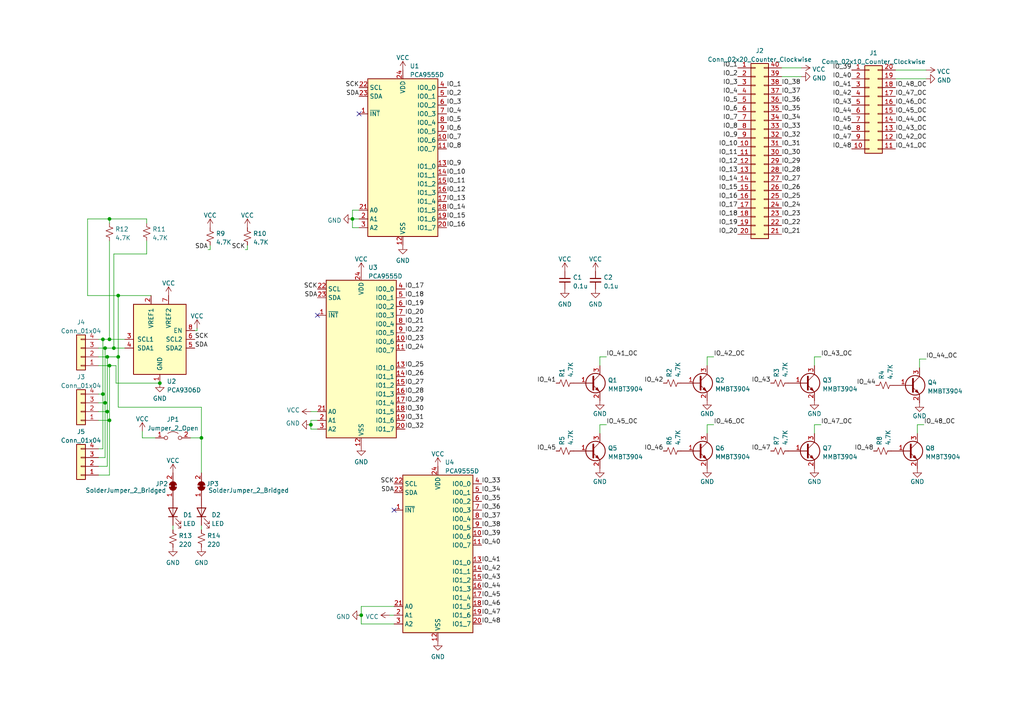
<source format=kicad_sch>
(kicad_sch (version 20230121) (generator eeschema)
  (paper "A4")
  (title_block (title "Stencil Trainer 1 (48 pin i2c GPIO expander) ") (date "2023-04-01") (rev "v1.0.0") (comment 1 "Licensed under CERN-OHL-S version 2") (comment 2 "Copyright Peter Terpstra, 2023"))
  (lib_symbols
    (symbol "Connector_Generic:Conn_01x04" (pin_names (offset 1.016) hide)
      (property "Reference" "J" (at 0 5.08 0))
      (property "Value" "Conn_01x04" (at 0 -7.62 0))
      (symbol "Conn_01x04_1_1"
        (rectangle (start -1.27 -4.953) (end 0 -5.207) (stroke (width 0.1524)))
        (rectangle (start -1.27 -2.413) (end 0 -2.667) (stroke (width 0.1524)))
        (rectangle (start -1.27 0.127) (end 0 -0.127) (stroke (width 0.1524)))
        (rectangle (start -1.27 2.667) (end 0 2.413) (stroke (width 0.1524)))
        (rectangle (start -1.27 3.81) (end 1.27 -6.35) (stroke (width 0.254)) (fill (type background)))
        (pin passive line (at -5.08 2.54 0) (length 3.81) (name "Pin_1") (number "1"))
        (pin passive line (at -5.08 0 0) (length 3.81) (name "Pin_2") (number "2"))
        (pin passive line (at -5.08 -2.54 0) (length 3.81) (name "Pin_3") (number "3"))
        (pin passive line (at -5.08 -5.08 0) (length 3.81) (name "Pin_4") (number "4"))
      )
    )
    (symbol "Connector_Generic:Conn_02x10_Counter_Clockwise" (pin_names (offset 1.016) hide)
      (property "Reference" "J" (at 1.27 12.7 0))
      (property "Value" "Conn_02x10_Counter_Clockwise" (at 1.27 -15.24 0))
      (symbol "Conn_02x10_Counter_Clockwise_1_1"
        (rectangle (start -1.27 -12.573) (end 0 -12.827) (stroke (width 0.1524)))
        (rectangle (start -1.27 -10.033) (end 0 -10.287) (stroke (width 0.1524)))
        (rectangle (start -1.27 -7.493) (end 0 -7.747) (stroke (width 0.1524)))
        (rectangle (start -1.27 -4.953) (end 0 -5.207) (stroke (width 0.1524)))
        (rectangle (start -1.27 -2.413) (end 0 -2.667) (stroke (width 0.1524)))
        (rectangle (start -1.27 0.127) (end 0 -0.127) (stroke (width 0.1524)))
        (rectangle (start -1.27 2.667) (end 0 2.413) (stroke (width 0.1524)))
        (rectangle (start -1.27 5.207) (end 0 4.953) (stroke (width 0.1524)))
        (rectangle (start -1.27 7.747) (end 0 7.493) (stroke (width 0.1524)))
        (rectangle (start -1.27 10.287) (end 0 10.033) (stroke (width 0.1524)))
        (rectangle (start -1.27 11.43) (end 3.81 -13.97) (stroke (width 0.254)) (fill (type background)))
        (rectangle (start 3.81 -12.573) (end 2.54 -12.827) (stroke (width 0.1524)))
        (rectangle (start 3.81 -10.033) (end 2.54 -10.287) (stroke (width 0.1524)))
        (rectangle (start 3.81 -7.493) (end 2.54 -7.747) (stroke (width 0.1524)))
        (rectangle (start 3.81 -4.953) (end 2.54 -5.207) (stroke (width 0.1524)))
        (rectangle (start 3.81 -2.413) (end 2.54 -2.667) (stroke (width 0.1524)))
        (rectangle (start 3.81 0.127) (end 2.54 -0.127) (stroke (width 0.1524)))
        (rectangle (start 3.81 2.667) (end 2.54 2.413) (stroke (width 0.1524)))
        (rectangle (start 3.81 5.207) (end 2.54 4.953) (stroke (width 0.1524)))
        (rectangle (start 3.81 7.747) (end 2.54 7.493) (stroke (width 0.1524)))
        (rectangle (start 3.81 10.287) (end 2.54 10.033) (stroke (width 0.1524)))
        (pin passive line (at -5.08 10.16 0) (length 3.81) (name "Pin_1") (number "1"))
        (pin passive line (at -5.08 -12.7 0) (length 3.81) (name "Pin_10") (number "10"))
        (pin passive line (at 7.62 -12.7 180) (length 3.81) (name "Pin_11") (number "11"))
        (pin passive line (at 7.62 -10.16 180) (length 3.81) (name "Pin_12") (number "12"))
        (pin passive line (at 7.62 -7.62 180) (length 3.81) (name "Pin_13") (number "13"))
        (pin passive line (at 7.62 -5.08 180) (length 3.81) (name "Pin_14") (number "14"))
        (pin passive line (at 7.62 -2.54 180) (length 3.81) (name "Pin_15") (number "15"))
        (pin passive line (at 7.62 0 180) (length 3.81) (name "Pin_16") (number "16"))
        (pin passive line (at 7.62 2.54 180) (length 3.81) (name "Pin_17") (number "17"))
        (pin passive line (at 7.62 5.08 180) (length 3.81) (name "Pin_18") (number "18"))
        (pin passive line (at 7.62 7.62 180) (length 3.81) (name "Pin_19") (number "19"))
        (pin passive line (at -5.08 7.62 0) (length 3.81) (name "Pin_2") (number "2"))
        (pin passive line (at 7.62 10.16 180) (length 3.81) (name "Pin_20") (number "20"))
        (pin passive line (at -5.08 5.08 0) (length 3.81) (name "Pin_3") (number "3"))
        (pin passive line (at -5.08 2.54 0) (length 3.81) (name "Pin_4") (number "4"))
        (pin passive line (at -5.08 0 0) (length 3.81) (name "Pin_5") (number "5"))
        (pin passive line (at -5.08 -2.54 0) (length 3.81) (name "Pin_6") (number "6"))
        (pin passive line (at -5.08 -5.08 0) (length 3.81) (name "Pin_7") (number "7"))
        (pin passive line (at -5.08 -7.62 0) (length 3.81) (name "Pin_8") (number "8"))
        (pin passive line (at -5.08 -10.16 0) (length 3.81) (name "Pin_9") (number "9"))
      )
    )
    (symbol "Connector_Generic:Conn_02x20_Counter_Clockwise" (pin_names (offset 1.016) hide)
      (property "Reference" "J" (at 1.27 25.4 0))
      (property "Value" "Conn_02x20_Counter_Clockwise" (at 1.27 -27.94 0))
      (symbol "Conn_02x20_Counter_Clockwise_1_1"
        (rectangle (start -1.27 -25.273) (end 0 -25.527) (stroke (width 0.1524)))
        (rectangle (start -1.27 -22.733) (end 0 -22.987) (stroke (width 0.1524)))
        (rectangle (start -1.27 -20.193) (end 0 -20.447) (stroke (width 0.1524)))
        (rectangle (start -1.27 -17.653) (end 0 -17.907) (stroke (width 0.1524)))
        (rectangle (start -1.27 -15.113) (end 0 -15.367) (stroke (width 0.1524)))
        (rectangle (start -1.27 -12.573) (end 0 -12.827) (stroke (width 0.1524)))
        (rectangle (start -1.27 -10.033) (end 0 -10.287) (stroke (width 0.1524)))
        (rectangle (start -1.27 -7.493) (end 0 -7.747) (stroke (width 0.1524)))
        (rectangle (start -1.27 -4.953) (end 0 -5.207) (stroke (width 0.1524)))
        (rectangle (start -1.27 -2.413) (end 0 -2.667) (stroke (width 0.1524)))
        (rectangle (start -1.27 0.127) (end 0 -0.127) (stroke (width 0.1524)))
        (rectangle (start -1.27 2.667) (end 0 2.413) (stroke (width 0.1524)))
        (rectangle (start -1.27 5.207) (end 0 4.953) (stroke (width 0.1524)))
        (rectangle (start -1.27 7.747) (end 0 7.493) (stroke (width 0.1524)))
        (rectangle (start -1.27 10.287) (end 0 10.033) (stroke (width 0.1524)))
        (rectangle (start -1.27 12.827) (end 0 12.573) (stroke (width 0.1524)))
        (rectangle (start -1.27 15.367) (end 0 15.113) (stroke (width 0.1524)))
        (rectangle (start -1.27 17.907) (end 0 17.653) (stroke (width 0.1524)))
        (rectangle (start -1.27 20.447) (end 0 20.193) (stroke (width 0.1524)))
        (rectangle (start -1.27 22.987) (end 0 22.733) (stroke (width 0.1524)))
        (rectangle (start -1.27 24.13) (end 3.81 -26.67) (stroke (width 0.254)) (fill (type background)))
        (rectangle (start 3.81 -25.273) (end 2.54 -25.527) (stroke (width 0.1524)))
        (rectangle (start 3.81 -22.733) (end 2.54 -22.987) (stroke (width 0.1524)))
        (rectangle (start 3.81 -20.193) (end 2.54 -20.447) (stroke (width 0.1524)))
        (rectangle (start 3.81 -17.653) (end 2.54 -17.907) (stroke (width 0.1524)))
        (rectangle (start 3.81 -15.113) (end 2.54 -15.367) (stroke (width 0.1524)))
        (rectangle (start 3.81 -12.573) (end 2.54 -12.827) (stroke (width 0.1524)))
        (rectangle (start 3.81 -10.033) (end 2.54 -10.287) (stroke (width 0.1524)))
        (rectangle (start 3.81 -7.493) (end 2.54 -7.747) (stroke (width 0.1524)))
        (rectangle (start 3.81 -4.953) (end 2.54 -5.207) (stroke (width 0.1524)))
        (rectangle (start 3.81 -2.413) (end 2.54 -2.667) (stroke (width 0.1524)))
        (rectangle (start 3.81 0.127) (end 2.54 -0.127) (stroke (width 0.1524)))
        (rectangle (start 3.81 2.667) (end 2.54 2.413) (stroke (width 0.1524)))
        (rectangle (start 3.81 5.207) (end 2.54 4.953) (stroke (width 0.1524)))
        (rectangle (start 3.81 7.747) (end 2.54 7.493) (stroke (width 0.1524)))
        (rectangle (start 3.81 10.287) (end 2.54 10.033) (stroke (width 0.1524)))
        (rectangle (start 3.81 12.827) (end 2.54 12.573) (stroke (width 0.1524)))
        (rectangle (start 3.81 15.367) (end 2.54 15.113) (stroke (width 0.1524)))
        (rectangle (start 3.81 17.907) (end 2.54 17.653) (stroke (width 0.1524)))
        (rectangle (start 3.81 20.447) (end 2.54 20.193) (stroke (width 0.1524)))
        (rectangle (start 3.81 22.987) (end 2.54 22.733) (stroke (width 0.1524)))
        (pin passive line (at -5.08 22.86 0) (length 3.81) (name "Pin_1") (number "1"))
        (pin passive line (at -5.08 0 0) (length 3.81) (name "Pin_10") (number "10"))
        (pin passive line (at -5.08 -2.54 0) (length 3.81) (name "Pin_11") (number "11"))
        (pin passive line (at -5.08 -5.08 0) (length 3.81) (name "Pin_12") (number "12"))
        (pin passive line (at -5.08 -7.62 0) (length 3.81) (name "Pin_13") (number "13"))
        (pin passive line (at -5.08 -10.16 0) (length 3.81) (name "Pin_14") (number "14"))
        (pin passive line (at -5.08 -12.7 0) (length 3.81) (name "Pin_15") (number "15"))
        (pin passive line (at -5.08 -15.24 0) (length 3.81) (name "Pin_16") (number "16"))
        (pin passive line (at -5.08 -17.78 0) (length 3.81) (name "Pin_17") (number "17"))
        (pin passive line (at -5.08 -20.32 0) (length 3.81) (name "Pin_18") (number "18"))
        (pin passive line (at -5.08 -22.86 0) (length 3.81) (name "Pin_19") (number "19"))
        (pin passive line (at -5.08 20.32 0) (length 3.81) (name "Pin_2") (number "2"))
        (pin passive line (at -5.08 -25.4 0) (length 3.81) (name "Pin_20") (number "20"))
        (pin passive line (at 7.62 -25.4 180) (length 3.81) (name "Pin_21") (number "21"))
        (pin passive line (at 7.62 -22.86 180) (length 3.81) (name "Pin_22") (number "22"))
        (pin passive line (at 7.62 -20.32 180) (length 3.81) (name "Pin_23") (number "23"))
        (pin passive line (at 7.62 -17.78 180) (length 3.81) (name "Pin_24") (number "24"))
        (pin passive line (at 7.62 -15.24 180) (length 3.81) (name "Pin_25") (number "25"))
        (pin passive line (at 7.62 -12.7 180) (length 3.81) (name "Pin_26") (number "26"))
        (pin passive line (at 7.62 -10.16 180) (length 3.81) (name "Pin_27") (number "27"))
        (pin passive line (at 7.62 -7.62 180) (length 3.81) (name "Pin_28") (number "28"))
        (pin passive line (at 7.62 -5.08 180) (length 3.81) (name "Pin_29") (number "29"))
        (pin passive line (at -5.08 17.78 0) (length 3.81) (name "Pin_3") (number "3"))
        (pin passive line (at 7.62 -2.54 180) (length 3.81) (name "Pin_30") (number "30"))
        (pin passive line (at 7.62 0 180) (length 3.81) (name "Pin_31") (number "31"))
        (pin passive line (at 7.62 2.54 180) (length 3.81) (name "Pin_32") (number "32"))
        (pin passive line (at 7.62 5.08 180) (length 3.81) (name "Pin_33") (number "33"))
        (pin passive line (at 7.62 7.62 180) (length 3.81) (name "Pin_34") (number "34"))
        (pin passive line (at 7.62 10.16 180) (length 3.81) (name "Pin_35") (number "35"))
        (pin passive line (at 7.62 12.7 180) (length 3.81) (name "Pin_36") (number "36"))
        (pin passive line (at 7.62 15.24 180) (length 3.81) (name "Pin_37") (number "37"))
        (pin passive line (at 7.62 17.78 180) (length 3.81) (name "Pin_38") (number "38"))
        (pin passive line (at 7.62 20.32 180) (length 3.81) (name "Pin_39") (number "39"))
        (pin passive line (at -5.08 15.24 0) (length 3.81) (name "Pin_4") (number "4"))
        (pin passive line (at 7.62 22.86 180) (length 3.81) (name "Pin_40") (number "40"))
        (pin passive line (at -5.08 12.7 0) (length 3.81) (name "Pin_5") (number "5"))
        (pin passive line (at -5.08 10.16 0) (length 3.81) (name "Pin_6") (number "6"))
        (pin passive line (at -5.08 7.62 0) (length 3.81) (name "Pin_7") (number "7"))
        (pin passive line (at -5.08 5.08 0) (length 3.81) (name "Pin_8") (number "8"))
        (pin passive line (at -5.08 2.54 0) (length 3.81) (name "Pin_9") (number "9"))
      )
    )
    (symbol "Device:C_Small" (pin_numbers hide) (pin_names (offset 0.254) hide)
      (property "Reference" "C" (at 0.254 1.778 0))
      (property "Value" "C_Small" (at 0.254 -2.032 0))
      (symbol "C_Small_0_1"
        (polyline (pts (xy -1.524 -0.508) (xy 1.524 -0.508)) (stroke (width 0.3302)))
        (polyline (pts (xy -1.524 0.508) (xy 1.524 0.508)) (stroke (width 0.3048)))
      )
      (symbol "C_Small_1_1"
        (pin passive line (at 0 2.54 270) (length 2.032) (name "~") (number "1"))
        (pin passive line (at 0 -2.54 90) (length 2.032) (name "~") (number "2"))
      )
    )
    (symbol "Device:LED" (pin_numbers hide) (pin_names (offset 1.016) hide)
      (property "Reference" "D" (at 0 2.54 0))
      (property "Value" "LED" (at 0 -2.54 0))
      (symbol "LED_0_1"
        (polyline (pts (xy -1.27 -1.27) (xy -1.27 1.27)) (stroke (width 0.254)))
        (polyline (pts (xy -1.27 0) (xy 1.27 0)))
        (polyline (pts (xy 1.27 -1.27) (xy 1.27 1.27) (xy -1.27 0) (xy 1.27 -1.27)) (stroke (width 0.254)))
        (polyline (pts (xy -3.048 -0.762) (xy -4.572 -2.286) (xy -3.81 -2.286) (xy -4.572 -2.286) (xy -4.572 -1.524)))
        (polyline (pts (xy -1.778 -0.762) (xy -3.302 -2.286) (xy -2.54 -2.286) (xy -3.302 -2.286) (xy -3.302 -1.524)))
      )
      (symbol "LED_1_1"
        (pin passive line (at -3.81 0 0) (length 2.54) (name "K") (number "1"))
        (pin passive line (at 3.81 0 180) (length 2.54) (name "A") (number "2"))
      )
    )
    (symbol "Device:R_Small_US" (pin_numbers hide) (pin_names (offset 0.254) hide)
      (property "Reference" "R" (at 0.762 0.508 0))
      (property "Value" "R_Small_US" (at 0.762 -1.016 0))
      (symbol "R_Small_US_1_1"
        (polyline (pts (xy 0 0) (xy 1.016 -0.381) (xy 0 -0.762) (xy -1.016 -1.143) (xy 0 -1.524)))
        (polyline (pts (xy 0 1.524) (xy 1.016 1.143) (xy 0 0.762) (xy -1.016 0.381) (xy 0 0)))
        (pin passive line (at 0 2.54 270) (length 1.016) (name "~") (number "1"))
        (pin passive line (at 0 -2.54 90) (length 1.016) (name "~") (number "2"))
      )
    )
    (symbol "Interface:PCA9306D" (pin_names (offset 1.016))
      (property "Reference" "U" (at -7.62 11.43 0))
      (property "Value" "PCA9306D" (at 3.81 11.43 0))
      (symbol "PCA9306D_0_1"
        (rectangle (start -7.62 10.16) (end 7.62 -10.16) (stroke (width 0.254)) (fill (type background)))
      )
      (symbol "PCA9306D_1_1"
        (pin power_in line (at 0 -12.7 90) (length 2.54) (name "GND") (number "1"))
        (pin power_in line (at -2.54 12.7 270) (length 2.54) (name "VREF1") (number "2"))
        (pin bidirectional line (at -10.16 0 0) (length 2.54) (name "SCL1") (number "3"))
        (pin bidirectional line (at -10.16 -2.54 0) (length 2.54) (name "SDA1") (number "4"))
        (pin bidirectional line (at 10.16 -2.54 180) (length 2.54) (name "SDA2") (number "5"))
        (pin bidirectional line (at 10.16 0 180) (length 2.54) (name "SCL2") (number "6"))
        (pin power_in line (at 2.54 12.7 270) (length 2.54) (name "VREF2") (number "7"))
        (pin input line (at 10.16 2.54 180) (length 2.54) (name "EN") (number "8"))
      )
    )
    (symbol "Interface_Expansion:PCA9555D"
      (property "Reference" "U" (at -8.89 24.13 0))
      (property "Value" "PCA9555D" (at 6.35 24.13 0))
      (symbol "PCA9555D_0_1"
        (rectangle (start -10.16 22.86) (end 10.16 -22.86) (stroke (width 0.254)) (fill (type background)))
      )
      (symbol "PCA9555D_1_1"
        (pin open_collector line (at -12.7 12.7 0) (length 2.54) (name "~{INT}") (number "1"))
        (pin bidirectional line (at 12.7 5.08 180) (length 2.54) (name "IO0_6") (number "10"))
        (pin bidirectional line (at 12.7 2.54 180) (length 2.54) (name "IO0_7") (number "11"))
        (pin power_in line (at 0 -25.4 90) (length 2.54) (name "VSS") (number "12"))
        (pin bidirectional line (at 12.7 -2.54 180) (length 2.54) (name "IO1_0") (number "13"))
        (pin bidirectional line (at 12.7 -5.08 180) (length 2.54) (name "IO1_1") (number "14"))
        (pin bidirectional line (at 12.7 -7.62 180) (length 2.54) (name "IO1_2") (number "15"))
        (pin bidirectional line (at 12.7 -10.16 180) (length 2.54) (name "IO1_3") (number "16"))
        (pin bidirectional line (at 12.7 -12.7 180) (length 2.54) (name "IO1_4") (number "17"))
        (pin bidirectional line (at 12.7 -15.24 180) (length 2.54) (name "IO1_5") (number "18"))
        (pin bidirectional line (at 12.7 -17.78 180) (length 2.54) (name "IO1_6") (number "19"))
        (pin input line (at -12.7 -17.78 0) (length 2.54) (name "A1") (number "2"))
        (pin bidirectional line (at 12.7 -20.32 180) (length 2.54) (name "IO1_7") (number "20"))
        (pin input line (at -12.7 -15.24 0) (length 2.54) (name "A0") (number "21"))
        (pin input line (at -12.7 20.32 0) (length 2.54) (name "SCL") (number "22"))
        (pin bidirectional line (at -12.7 17.78 0) (length 2.54) (name "SDA") (number "23"))
        (pin power_in line (at 0 25.4 270) (length 2.54) (name "VDD") (number "24"))
        (pin input line (at -12.7 -20.32 0) (length 2.54) (name "A2") (number "3"))
        (pin bidirectional line (at 12.7 20.32 180) (length 2.54) (name "IO0_0") (number "4"))
        (pin bidirectional line (at 12.7 17.78 180) (length 2.54) (name "IO0_1") (number "5"))
        (pin bidirectional line (at 12.7 15.24 180) (length 2.54) (name "IO0_2") (number "6"))
        (pin bidirectional line (at 12.7 12.7 180) (length 2.54) (name "IO0_3") (number "7"))
        (pin bidirectional line (at 12.7 10.16 180) (length 2.54) (name "IO0_4") (number "8"))
        (pin bidirectional line (at 12.7 7.62 180) (length 2.54) (name "IO0_5") (number "9"))
      )
    )
    (symbol "Jumper:Jumper_2_Open" (pin_names (offset 0) hide)
      (property "Reference" "JP" (at 0 2.794 0))
      (property "Value" "Jumper_2_Open" (at 0 -2.286 0))
      (symbol "Jumper_2_Open_0_0"
        (circle (center -2.032 0) (radius 0.508))
        (circle (center 2.032 0) (radius 0.508))
      )
      (symbol "Jumper_2_Open_0_1"
        (arc (start 1.524 1.27) (mid 0 1.778) (end -1.524 1.27))
      )
      (symbol "Jumper_2_Open_1_1"
        (pin passive line (at -5.08 0 0) (length 2.54) (name "A") (number "1"))
        (pin passive line (at 5.08 0 180) (length 2.54) (name "B") (number "2"))
      )
    )
    (symbol "Jumper:SolderJumper_2_Bridged" (pin_names (offset 0) hide)
      (property "Reference" "JP" (at 0 2.032 0))
      (property "Value" "SolderJumper_2_Bridged" (at 0 -2.54 0))
      (symbol "SolderJumper_2_Bridged_0_1"
        (rectangle (start -0.508 0.508) (end 0.508 -0.508) (fill (type outline)))
        (arc (start -0.254 1.016) (mid -1.2656 0) (end -0.254 -1.016))
        (arc (start -0.254 1.016) (mid -1.2656 0) (end -0.254 -1.016) (fill (type outline)))
        (polyline (pts (xy -0.254 1.016) (xy -0.254 -1.016)))
        (polyline (pts (xy 0.254 1.016) (xy 0.254 -1.016)))
        (arc (start 0.254 -1.016) (mid 1.2656 0) (end 0.254 1.016))
        (arc (start 0.254 -1.016) (mid 1.2656 0) (end 0.254 1.016) (fill (type outline)))
      )
      (symbol "SolderJumper_2_Bridged_1_1"
        (pin passive line (at -3.81 0 0) (length 2.54) (name "A") (number "1"))
        (pin passive line (at 3.81 0 180) (length 2.54) (name "B") (number "2"))
      )
    )
    (symbol "Transistor_BJT:MMBT3904" (pin_names (offset 0) hide)
      (property "Reference" "Q" (at 5.08 1.905 0))
      (property "Value" "MMBT3904" (at 5.08 0 0))
      (symbol "MMBT3904_0_1"
        (polyline (pts (xy 0.635 0.635) (xy 2.54 2.54)))
        (polyline (pts (xy 0.635 -0.635) (xy 2.54 -2.54) (xy 2.54 -2.54)))
        (polyline (pts (xy 0.635 1.905) (xy 0.635 -1.905) (xy 0.635 -1.905)) (stroke (width 0.508)))
        (polyline (pts (xy 1.27 -1.778) (xy 1.778 -1.27) (xy 2.286 -2.286) (xy 1.27 -1.778) (xy 1.27 -1.778)) (fill (type outline)))
        (circle (center 1.27 0) (radius 2.8194) (stroke (width 0.254)))
      )
      (symbol "MMBT3904_1_1"
        (pin input line (at -5.08 0 0) (length 5.715) (name "B") (number "1"))
        (pin passive line (at 2.54 -5.08 90) (length 2.54) (name "E") (number "2"))
        (pin passive line (at 2.54 5.08 270) (length 2.54) (name "C") (number "3"))
      )
    )
    (symbol "power:GND" (power) (pin_names (offset 0))
      (property "Value" "GND" (at 0 -3.81 0))
      (symbol "GND_0_1"
        (polyline (pts (xy 0 0) (xy 0 -1.27) (xy 1.27 -1.27) (xy 0 -2.54) (xy -1.27 -1.27) (xy 0 -1.27)))
      )
      (symbol "GND_1_1"
        (pin power_in line (at 0 0 270) (length 0) hide (name "GND") (number "1"))
      )
    )
    (symbol "power:VCC" (power) (pin_names (offset 0))
      (property "Value" "VCC" (at 0 3.81 0))
      (symbol "VCC_0_1"
        (polyline (pts (xy -0.762 1.27) (xy 0 2.54)))
        (polyline (pts (xy 0 0) (xy 0 2.54)))
        (polyline (pts (xy 0 2.54) (xy 0.762 1.27)))
      )
      (symbol "VCC_1_1"
        (pin power_in line (at 0 0 90) (length 0) hide (name "VCC") (number "1"))
      )
    )
  )
  (junction (at 102.235 63.5))
  (junction (at 104.775 178.435))
  (junction (at 33.02 100.965))
  (junction (at 31.115 103.505))
  (junction (at 31.75 106.045))
  (junction (at 29.845 98.425))
  (junction (at 31.115 119.38))
  (junction (at 34.29 85.725))
  (junction (at 31.75 63.5))
  (junction (at 30.48 100.965))
  (junction (at 90.17 123.19))
  (junction (at 31.75 98.425))
  (junction (at 34.29 103.505))
  (junction (at 46.355 111.125))
  (junction (at 29.845 114.3))
  (junction (at 31.75 121.92))
  (junction (at 58.42 127))
  (junction (at 30.48 116.84))
  (no_connect (at 92.075 91.44))
  (no_connect (at 104.14 33.02))
  (no_connect (at 114.3 147.955))
  (wire (pts (xy 28.575 121.92) (xy 31.75 121.92)))
  (wire (pts (xy 58.42 118.11) (xy 34.29 118.11)))
  (wire (pts (xy 266.7 104.14) (xy 266.7 106.68)))
  (wire (pts (xy 25.4 85.725) (xy 25.4 63.5)))
  (wire (pts (xy 33.655 111.125) (xy 46.355 111.125)))
  (wire (pts (xy 104.14 66.04) (xy 102.235 66.04)))
  (wire (pts (xy 102.235 60.96) (xy 104.14 60.96)))
  (wire (pts (xy 173.99 103.505) (xy 175.895 103.505)))
  (wire (pts (xy 50.165 153.67) (xy 50.165 152.4)))
  (wire (pts (xy 60.96 72.39) (xy 60.96 71.12)))
  (wire (pts (xy 34.29 118.11) (xy 34.29 103.505)))
  (wire (pts (xy 31.75 137.795) (xy 28.575 137.795)))
  (wire (pts (xy 102.235 63.5) (xy 104.14 63.5)))
  (wire (pts (xy 90.17 124.46) (xy 92.075 124.46)))
  (wire (pts (xy 173.99 123.19) (xy 173.99 125.73)))
  (wire (pts (xy 90.17 121.92) (xy 92.075 121.92)))
  (wire (pts (xy 58.42 153.67) (xy 58.42 152.4)))
  (wire (pts (xy 33.02 100.965) (xy 33.02 73.66)))
  (wire (pts (xy 31.75 121.92) (xy 31.75 106.045)))
  (wire (pts (xy 30.48 132.715) (xy 28.575 132.715)))
  (wire (pts (xy 102.235 63.5) (xy 102.235 60.96)))
  (wire (pts (xy 41.275 125.095) (xy 41.275 127)))
  (wire (pts (xy 34.29 85.725) (xy 25.4 85.725)))
  (wire (pts (xy 33.02 73.66) (xy 42.545 73.66)))
  (wire (pts (xy 55.245 127) (xy 58.42 127)))
  (wire (pts (xy 173.99 123.19) (xy 175.895 123.19)))
  (wire (pts (xy 236.22 123.19) (xy 236.22 125.73)))
  (wire (pts (xy 266.065 123.19) (xy 267.97 123.19)))
  (wire (pts (xy 259.715 22.86) (xy 268.605 22.86)))
  (wire (pts (xy 34.29 103.505) (xy 34.29 85.725)))
  (wire (pts (xy 31.75 63.5) (xy 42.545 63.5)))
  (wire (pts (xy 31.115 103.505) (xy 31.115 119.38)))
  (wire (pts (xy 236.22 103.505) (xy 236.22 106.045)))
  (wire (pts (xy 28.575 98.425) (xy 29.845 98.425)))
  (wire (pts (xy 31.75 106.045) (xy 33.655 106.045)))
  (wire (pts (xy 25.4 63.5) (xy 31.75 63.5)))
  (wire (pts (xy 90.17 123.19) (xy 90.17 124.46)))
  (wire (pts (xy 31.115 135.255) (xy 31.115 119.38)))
  (wire (pts (xy 30.48 116.84) (xy 30.48 132.715)))
  (wire (pts (xy 113.03 178.435) (xy 114.3 178.435)))
  (wire (pts (xy 42.545 69.85) (xy 42.545 73.66)))
  (wire (pts (xy 33.02 100.965) (xy 36.195 100.965)))
  (wire (pts (xy 102.235 66.04) (xy 102.235 63.5)))
  (wire (pts (xy 33.655 106.045) (xy 33.655 111.125)))
  (wire (pts (xy 31.115 119.38) (xy 28.575 119.38)))
  (wire (pts (xy 31.115 103.505) (xy 34.29 103.505)))
  (wire (pts (xy 31.75 98.425) (xy 36.195 98.425)))
  (wire (pts (xy 232.41 22.225) (xy 226.695 22.225)))
  (wire (pts (xy 90.17 123.19) (xy 90.17 121.92)))
  (wire (pts (xy 28.575 106.045) (xy 31.75 106.045)))
  (wire (pts (xy 90.17 119.38) (xy 92.075 119.38)))
  (wire (pts (xy 28.575 114.3) (xy 29.845 114.3)))
  (wire (pts (xy 34.29 85.725) (xy 43.815 85.725)))
  (wire (pts (xy 28.575 103.505) (xy 31.115 103.505)))
  (wire (pts (xy 30.48 100.965) (xy 30.48 116.84)))
  (wire (pts (xy 205.105 123.19) (xy 205.105 125.73)))
  (wire (pts (xy 28.575 130.175) (xy 29.845 130.175)))
  (wire (pts (xy 29.845 98.425) (xy 31.75 98.425)))
  (wire (pts (xy 60.325 72.39) (xy 60.96 72.39)))
  (wire (pts (xy 236.22 103.505) (xy 238.125 103.505)))
  (wire (pts (xy 41.275 127) (xy 45.085 127)))
  (wire (pts (xy 266.065 123.19) (xy 266.065 125.73)))
  (wire (pts (xy 104.775 178.435) (xy 104.775 175.895)))
  (wire (pts (xy 205.105 123.19) (xy 207.01 123.19)))
  (wire (pts (xy 236.22 123.19) (xy 238.125 123.19)))
  (wire (pts (xy 28.575 100.965) (xy 30.48 100.965)))
  (wire (pts (xy 173.99 103.505) (xy 173.99 106.045)))
  (wire (pts (xy 31.75 63.5) (xy 31.75 64.77)))
  (wire (pts (xy 104.775 178.435) (xy 104.775 180.975)))
  (wire (pts (xy 232.41 19.685) (xy 226.695 19.685)))
  (wire (pts (xy 58.42 137.16) (xy 58.42 127)))
  (wire (pts (xy 42.545 63.5) (xy 42.545 64.77)))
  (wire (pts (xy 205.105 103.505) (xy 207.01 103.505)))
  (wire (pts (xy 71.12 72.39) (xy 71.755 72.39)))
  (wire (pts (xy 205.105 103.505) (xy 205.105 106.045)))
  (wire (pts (xy 28.575 135.255) (xy 31.115 135.255)))
  (wire (pts (xy 30.48 116.84) (xy 28.575 116.84)))
  (wire (pts (xy 29.845 130.175) (xy 29.845 114.3)))
  (wire (pts (xy 266.7 104.14) (xy 268.605 104.14)))
  (wire (pts (xy 57.15 95.885) (xy 57.15 95.25)))
  (wire (pts (xy 104.775 180.975) (xy 114.3 180.975)))
  (wire (pts (xy 58.42 127) (xy 58.42 118.11)))
  (wire (pts (xy 104.775 175.895) (xy 114.3 175.895)))
  (wire (pts (xy 56.515 95.885) (xy 57.15 95.885)))
  (wire (pts (xy 29.845 114.3) (xy 29.845 98.425)))
  (wire (pts (xy 31.75 121.92) (xy 31.75 137.795)))
  (wire (pts (xy 259.715 20.32) (xy 268.605 20.32)))
  (wire (pts (xy 31.75 69.85) (xy 31.75 98.425)))
  (wire (pts (xy 71.755 72.39) (xy 71.755 71.12)))
  (wire (pts (xy 30.48 100.965) (xy 33.02 100.965)))
  (label "IO_42_OC" (at 259.715 40.64 0))
  (label "IO_21" (at 117.475 93.98 0))
  (label "SCK" (at 71.12 72.39 180))
  (label "IO_46" (at 139.7 175.895 0))
  (label "IO_12" (at 129.54 55.88 0))
  (label "IO_18" (at 117.475 86.36 0))
  (label "IO_42_OC" (at 207.01 103.505 0))
  (label "IO_17" (at 117.475 83.82 0))
  (label "IO_9" (at 213.995 40.005 180))
  (label "IO_4" (at 213.995 27.305 180))
  (label "IO_25" (at 117.475 106.68 0))
  (label "IO_31" (at 226.695 42.545 0))
  (label "SDA" (at 114.3 142.875 180))
  (label "IO_36" (at 226.695 29.845 0))
  (label "IO_30" (at 226.695 45.085 0))
  (label "SDA" (at 56.515 100.965 0))
  (label "IO_21" (at 226.695 67.945 0))
  (label "IO_46" (at 192.405 130.81 180))
  (label "IO_45" (at 247.015 35.56 180))
  (label "IO_30" (at 117.475 119.38 0))
  (label "IO_41" (at 161.29 111.125 180))
  (label "IO_31" (at 117.475 121.92 0))
  (label "IO_44" (at 254 111.76 180))
  (label "IO_48" (at 139.7 180.975 0))
  (label "IO_32" (at 226.695 40.005 0))
  (label "IO_8" (at 213.995 37.465 180))
  (label "SCK" (at 56.515 98.425 0))
  (label "IO_45" (at 161.29 130.81 180))
  (label "IO_45_OC" (at 175.895 123.19 0))
  (label "IO_10" (at 213.995 42.545 180))
  (label "IO_7" (at 129.54 40.64 0))
  (label "IO_41" (at 247.015 25.4 180))
  (label "IO_38" (at 226.695 24.765 0))
  (label "IO_14" (at 213.995 52.705 180))
  (label "IO_40" (at 247.015 22.86 180))
  (label "IO_10" (at 129.54 50.8 0))
  (label "IO_43_OC" (at 259.715 38.1 0))
  (label "IO_33" (at 226.695 37.465 0))
  (label "SDA" (at 60.325 72.39 180))
  (label "IO_48" (at 253.365 130.81 180))
  (label "IO_41" (at 139.7 163.195 0))
  (label "SCK" (at 114.3 140.335 180))
  (label "IO_8" (at 129.54 43.18 0))
  (label "IO_22" (at 226.695 65.405 0))
  (label "IO_46_OC" (at 207.01 123.19 0))
  (label "IO_22" (at 117.475 96.52 0))
  (label "IO_36" (at 139.7 147.955 0))
  (label "IO_3" (at 129.54 30.48 0))
  (label "IO_23" (at 226.695 62.865 0))
  (label "IO_42" (at 192.405 111.125 180))
  (label "IO_7" (at 213.995 34.925 180))
  (label "IO_13" (at 129.54 58.42 0))
  (label "IO_47" (at 247.015 40.64 180))
  (label "IO_44" (at 139.7 170.815 0))
  (label "IO_15" (at 213.995 55.245 180))
  (label "IO_34" (at 139.7 142.875 0))
  (label "IO_47" (at 223.52 130.81 180))
  (label "IO_37" (at 139.7 150.495 0))
  (label "IO_16" (at 213.995 57.785 180))
  (label "IO_1" (at 129.54 25.4 0))
  (label "IO_28" (at 226.695 50.165 0))
  (label "IO_23" (at 117.475 99.06 0))
  (label "IO_20" (at 213.995 67.945 180))
  (label "IO_24" (at 226.695 60.325 0))
  (label "IO_11" (at 129.54 53.34 0))
  (label "IO_3" (at 213.995 24.765 180))
  (label "IO_4" (at 129.54 33.02 0))
  (label "IO_47_OC" (at 238.125 123.19 0))
  (label "IO_18" (at 213.995 62.865 180))
  (label "IO_1" (at 213.995 19.685 180))
  (label "IO_11" (at 213.995 45.085 180))
  (label "IO_45" (at 139.7 173.355 0))
  (label "IO_15" (at 129.54 63.5 0))
  (label "IO_48_OC" (at 259.715 25.4 0))
  (label "IO_48" (at 247.015 43.18 180))
  (label "IO_37" (at 226.695 27.305 0))
  (label "IO_47" (at 139.7 178.435 0))
  (label "IO_29" (at 226.695 47.625 0))
  (label "IO_26" (at 117.475 109.22 0))
  (label "SCK" (at 104.14 25.4 180))
  (label "IO_43" (at 139.7 168.275 0))
  (label "IO_43_OC" (at 238.125 103.505 0))
  (label "IO_9" (at 129.54 48.26 0))
  (label "IO_39" (at 247.015 20.32 180))
  (label "IO_25" (at 226.695 57.785 0))
  (label "IO_6" (at 129.54 38.1 0))
  (label "IO_32" (at 117.475 124.46 0))
  (label "IO_34" (at 226.695 34.925 0))
  (label "IO_35" (at 226.695 32.385 0))
  (label "IO_19" (at 117.475 88.9 0))
  (label "IO_42" (at 247.015 27.94 180))
  (label "SDA" (at 92.075 86.36 180))
  (label "IO_40" (at 139.7 158.115 0))
  (label "IO_27" (at 226.695 52.705 0))
  (label "IO_42" (at 139.7 165.735 0))
  (label "IO_38" (at 139.7 153.035 0))
  (label "IO_46" (at 247.015 38.1 180))
  (label "IO_48_OC" (at 267.97 123.19 0))
  (label "IO_17" (at 213.995 60.325 180))
  (label "IO_45_OC" (at 259.715 33.02 0))
  (label "SDA" (at 104.14 27.94 180))
  (label "IO_6" (at 213.995 32.385 180))
  (label "IO_2" (at 213.995 22.225 180))
  (label "IO_12" (at 213.995 47.625 180))
  (label "IO_41_OC" (at 175.895 103.505 0))
  (label "IO_44" (at 247.015 33.02 180))
  (label "IO_46_OC" (at 259.715 30.48 0))
  (label "IO_5" (at 129.54 35.56 0))
  (label "IO_33" (at 139.7 140.335 0))
  (label "IO_28" (at 117.475 114.3 0))
  (label "IO_39" (at 139.7 155.575 0))
  (label "SCK" (at 92.075 83.82 180))
  (label "IO_26" (at 226.695 55.245 0))
  (label "IO_5" (at 213.995 29.845 180))
  (label "IO_47_OC" (at 259.715 27.94 0))
  (label "IO_44_OC" (at 268.605 104.14 0))
  (label "IO_14" (at 129.54 60.96 0))
  (label "IO_27" (at 117.475 111.76 0))
  (label "IO_43" (at 223.52 111.125 180))
  (label "IO_19" (at 213.995 65.405 180))
  (label "IO_13" (at 213.995 50.165 180))
  (label "IO_41_OC" (at 259.715 43.18 0))
  (label "IO_24" (at 117.475 101.6 0))
  (label "IO_35" (at 139.7 145.415 0))
  (label "IO_44_OC" (at 259.715 35.56 0))
  (label "IO_43" (at 247.015 30.48 180))
  (label "IO_29" (at 117.475 116.84 0))
  (label "IO_2" (at 129.54 27.94 0))
  (label "IO_16" (at 129.54 66.04 0))
  (label "IO_20" (at 117.475 91.44 0))
  (symbol (lib_id "Device:R_Small_US") (at 163.83 130.81 90) (unit 1)
    (property "Reference" "R5" (at 162.9953 129.159 0) (effects (justify left)))
    (property "Value" "4.7K" (at 165.5322 129.159 0) (effects (justify left)))
    (property "Footprint" "Resistor_SMD:R_0805_2012Metric" (effects hide))
  )
  (symbol (lib_id "power:GND") (at 127 186.055 0) (unit 1)
    (property "Reference" "#PWR0112" (effects hide))
    (property "Value" "GND" (at 127 190.4984 0))
  )
  (symbol (lib_id "Transistor_BJT:MMBT3904") (at 233.68 111.125 0) (unit 1)
    (property "Reference" "Q3" (at 238.5314 110.2903 0) (effects (justify left)))
    (property "Value" "MMBT3904" (at 238.5314 112.8272 0) (effects (justify left)))
    (property "Footprint" "Package_TO_SOT_SMD:SOT-23" (effects hide))
    (property "Datasheet" "https://www.onsemi.com/pub/Collateral/2N3903-D.PDF" (effects hide))
  )
  (symbol (lib_id "power:VCC") (at 163.83 78.74 0) (unit 1)
    (property "Reference" "#PWR0104" (effects hide))
    (property "Value" "VCC" (at 163.83 75.1642 0))
  )
  (symbol (lib_id "power:GND") (at 173.99 116.205 0) (unit 1)
    (property "Reference" "#PWR0102" (effects hide))
    (property "Value" "GND" (at 173.99 120.015 0))
  )
  (symbol (lib_id "Jumper:SolderJumper_2_Bridged") (at 58.42 140.97 270) (mirror x) (unit 1)
    (property "Reference" "JP3" (at 63.5 140.335 90) (effects (justify right)))
    (property "Value" "SolderJumper_2_Bridged" (at 83.82 142.24 90) (effects (justify right)))
    (property "Footprint" "Jumper:SolderJumper-2_P1.3mm_Bridged_RoundedPad1.0x1.5mm" (effects hide))
  )
  (symbol (lib_id "power:GND") (at 104.775 129.54 0) (unit 1)
    (property "Reference" "#PWR0109" (effects hide))
    (property "Value" "GND" (at 104.775 133.9834 0))
  )
  (symbol (lib_id "Interface_Expansion:PCA9555D") (at 116.84 45.72 0) (unit 1)
    (property "Reference" "U1" (at 118.8594 19.1602 0) (effects (justify left)))
    (property "Value" "PCA9555D" (at 118.8594 21.6971 0) (effects (justify left)))
    (property "Footprint" "Package_SO:SOIC-24W_7.5x15.4mm_P1.27mm" (effects hide))
    (property "Datasheet" "https://www.nxp.com/docs/en/data-sheet/PCA9555.pdf" (effects hide))
  )
  (symbol (lib_id "power:GND") (at 172.72 83.82 0) (unit 1)
    (property "Reference" "#PWR0116" (effects hide))
    (property "Value" "GND" (at 172.72 88.2634 0))
  )
  (symbol (lib_id "Device:R_Small_US") (at 194.945 111.125 90) (unit 1)
    (property "Reference" "R2" (at 194.1103 109.474 0) (effects (justify left)))
    (property "Value" "4.7K" (at 196.6472 109.474 0) (effects (justify left)))
    (property "Footprint" "Resistor_SMD:R_0805_2012Metric" (effects hide))
  )
  (symbol (lib_id "power:VCC") (at 268.605 20.32 270) (unit 1)
    (property "Reference" "#PWR0117" (effects hide))
    (property "Value" "VCC" (at 271.78 20.7538 90) (effects (justify left)))
  )
  (symbol (lib_id "power:GND") (at 173.99 135.89 0) (unit 1)
    (property "Reference" "#PWR05" (effects hide))
    (property "Value" "GND" (at 173.99 139.7 0))
  )
  (symbol (lib_id "Connector_Generic:Conn_01x04") (at 23.495 135.255 180) (unit 1)
    (property "Reference" "J5" (at 23.495 125.2052 0))
    (property "Value" "Conn_01x04" (at 23.495 127.7421 0))
    (property "Footprint" "Connector_PinHeader_2.54mm:PinHeader_1x04_P2.54mm_Vertical" (effects hide))
  )
  (symbol (lib_id "Device:R_Small_US") (at 50.165 156.21 0) (unit 1)
    (property "Reference" "R13" (at 51.816 155.3753 0) (effects (justify left)))
    (property "Value" "220" (at 51.816 157.9122 0) (effects (justify left)))
    (property "Footprint" "Resistor_SMD:R_0805_2012Metric" (effects hide))
  )
  (symbol (lib_id "Device:R_Small_US") (at 163.83 111.125 90) (unit 1)
    (property "Reference" "R1" (at 162.9953 109.474 0) (effects (justify left)))
    (property "Value" "4.7K" (at 165.5322 109.474 0) (effects (justify left)))
    (property "Footprint" "Resistor_SMD:R_0805_2012Metric" (effects hide))
  )
  (symbol (lib_id "Interface_Expansion:PCA9555D") (at 127 160.655 0) (unit 1)
    (property "Reference" "U4" (at 129.0194 134.0952 0) (effects (justify left)))
    (property "Value" "PCA9555D" (at 129.0194 136.6321 0) (effects (justify left)))
    (property "Footprint" "Package_SO:SOIC-24W_7.5x15.4mm_P1.27mm" (effects hide))
    (property "Datasheet" "https://www.nxp.com/docs/en/data-sheet/PCA9555.pdf" (effects hide))
  )
  (symbol (lib_id "Device:LED") (at 58.42 148.59 90) (unit 1)
    (property "Reference" "D2" (at 61.341 149.3428 90) (effects (justify right)))
    (property "Value" "LED" (at 61.341 151.8797 90) (effects (justify right)))
    (property "Footprint" "LED_SMD:LED_0805_2012Metric" (effects hide))
  )
  (symbol (lib_id "Transistor_BJT:MMBT3904") (at 171.45 111.125 0) (unit 1)
    (property "Reference" "Q1" (at 176.3014 110.2903 0) (effects (justify left)))
    (property "Value" "MMBT3904" (at 176.3014 112.8272 0) (effects (justify left)))
    (property "Footprint" "Package_TO_SOT_SMD:SOT-23" (effects hide))
    (property "Datasheet" "https://www.onsemi.com/pub/Collateral/2N3903-D.PDF" (effects hide))
  )
  (symbol (lib_id "power:GND") (at 205.105 135.89 0) (unit 1)
    (property "Reference" "#PWR06" (effects hide))
    (property "Value" "GND" (at 205.105 139.7 0))
  )
  (symbol (lib_id "Device:R_Small_US") (at 194.945 130.81 90) (unit 1)
    (property "Reference" "R6" (at 194.1103 129.159 0) (effects (justify left)))
    (property "Value" "4.7K" (at 196.6472 129.159 0) (effects (justify left)))
    (property "Footprint" "Resistor_SMD:R_0805_2012Metric" (effects hide))
  )
  (symbol (lib_id "Device:R_Small_US") (at 226.06 130.81 90) (unit 1)
    (property "Reference" "R7" (at 225.2253 129.159 0) (effects (justify left)))
    (property "Value" "4.7K" (at 227.7622 129.159 0) (effects (justify left)))
    (property "Footprint" "Resistor_SMD:R_0805_2012Metric" (effects hide))
  )
  (symbol (lib_id "Connector_Generic:Conn_01x04") (at 23.495 119.38 180) (unit 1)
    (property "Reference" "J3" (at 23.495 109.3302 0))
    (property "Value" "Conn_01x04" (at 23.495 111.8671 0))
    (property "Footprint" "Connector_JST:JST_SH_SM04B-SRSS-TB_1x04-1MP_P1.00mm_Horizontal" (effects hide))
  )
  (symbol (lib_id "Device:R_Small_US") (at 58.42 156.21 0) (unit 1)
    (property "Reference" "R14" (at 60.071 155.3753 0) (effects (justify left)))
    (property "Value" "220" (at 60.071 157.9122 0) (effects (justify left)))
    (property "Footprint" "Resistor_SMD:R_0805_2012Metric" (effects hide))
  )
  (symbol (lib_id "power:GND") (at 163.83 83.82 0) (unit 1)
    (property "Reference" "#PWR0107" (effects hide))
    (property "Value" "GND" (at 163.83 88.2634 0))
  )
  (symbol (lib_id "power:VCC") (at 57.15 95.25 0) (unit 1)
    (property "Reference" "#PWR0130" (effects hide))
    (property "Value" "VCC" (at 57.15 91.6742 0))
  )
  (symbol (lib_id "Device:R_Small_US") (at 226.06 111.125 90) (unit 1)
    (property "Reference" "R3" (at 225.2253 109.474 0) (effects (justify left)))
    (property "Value" "4.7K" (at 227.7622 109.474 0) (effects (justify left)))
    (property "Footprint" "Resistor_SMD:R_0805_2012Metric" (effects hide))
  )
  (symbol (lib_id "Device:R_Small_US") (at 42.545 67.31 0) (unit 1)
    (property "Reference" "R11" (at 44.196 66.4753 0) (effects (justify left)))
    (property "Value" "4.7K" (at 44.196 69.0122 0) (effects (justify left)))
    (property "Footprint" "Resistor_SMD:R_0805_2012Metric" (effects hide))
  )
  (symbol (lib_id "Connector_Generic:Conn_01x04") (at 23.495 103.505 180) (unit 1)
    (property "Reference" "J4" (at 23.495 93.4552 0))
    (property "Value" "Conn_01x04" (at 23.495 95.9921 0))
    (property "Footprint" "Connector_JST:JST_SH_SM04B-SRSS-TB_1x04-1MP_P1.00mm_Horizontal" (effects hide))
  )
  (symbol (lib_id "Interface:PCA9306D") (at 46.355 98.425 0) (unit 1)
    (property "Reference" "U2" (at 48.3744 110.6154 0) (effects (justify left)))
    (property "Value" "PCA9306D" (at 48.3744 113.1523 0) (effects (justify left)))
    (property "Footprint" "Package_SO:SO-8_3.9x4.9mm_P1.27mm" (effects hide))
    (property "Datasheet" "https://www.nxp.com/docs/en/data-sheet/PCA9306.pdf" (effects hide))
  )
  (symbol (lib_id "power:VCC") (at 90.17 119.38 90) (mirror x) (unit 1)
    (property "Reference" "#PWR0128" (effects hide))
    (property "Value" "VCC" (at 86.995 118.9462 90) (effects (justify left)))
  )
  (symbol (lib_id "Transistor_BJT:MMBT3904") (at 202.565 130.81 0) (unit 1)
    (property "Reference" "Q6" (at 207.4164 129.9753 0) (effects (justify left)))
    (property "Value" "MMBT3904" (at 207.4164 132.5122 0) (effects (justify left)))
    (property "Footprint" "Package_TO_SOT_SMD:SOT-23" (effects hide))
    (property "Datasheet" "https://www.onsemi.com/pub/Collateral/2N3903-D.PDF" (effects hide))
  )
  (symbol (lib_id "Interface_Expansion:PCA9555D") (at 104.775 104.14 0) (unit 1)
    (property "Reference" "U3" (at 106.7944 77.5802 0) (effects (justify left)))
    (property "Value" "PCA9555D" (at 106.7944 80.1171 0) (effects (justify left)))
    (property "Footprint" "Package_SO:SOIC-24W_7.5x15.4mm_P1.27mm" (effects hide))
    (property "Datasheet" "https://www.nxp.com/docs/en/data-sheet/PCA9555.pdf" (effects hide))
  )
  (symbol (lib_id "Device:R_Small_US") (at 256.54 111.76 90) (unit 1)
    (property "Reference" "R4" (at 255.7053 110.109 0) (effects (justify left)))
    (property "Value" "4.7K" (at 258.2422 110.109 0) (effects (justify left)))
    (property "Footprint" "Resistor_SMD:R_0805_2012Metric" (effects hide))
  )
  (symbol (lib_id "power:GND") (at 104.775 178.435 270) (unit 1)
    (property "Reference" "#PWR0110" (effects hide))
    (property "Value" "GND" (at 101.6001 178.8688 90) (effects (justify right)))
  )
  (symbol (lib_id "Transistor_BJT:MMBT3904") (at 171.45 130.81 0) (unit 1)
    (property "Reference" "Q5" (at 176.3014 129.9753 0) (effects (justify left)))
    (property "Value" "MMBT3904" (at 176.3014 132.5122 0) (effects (justify left)))
    (property "Footprint" "Package_TO_SOT_SMD:SOT-23" (effects hide))
    (property "Datasheet" "https://www.onsemi.com/pub/Collateral/2N3903-D.PDF" (effects hide))
  )
  (symbol (lib_id "Device:R_Small_US") (at 71.755 68.58 0) (unit 1)
    (property "Reference" "R10" (at 73.406 67.7453 0) (effects (justify left)))
    (property "Value" "4.7K" (at 73.406 70.2822 0) (effects (justify left)))
    (property "Footprint" "Resistor_SMD:R_0805_2012Metric" (effects hide))
  )
  (symbol (lib_id "power:VCC") (at 113.03 178.435 90) (unit 1)
    (property "Reference" "#PWR0111" (effects hide))
    (property "Value" "VCC" (at 109.855 178.8688 90) (effects (justify left)))
  )
  (symbol (lib_id "power:GND") (at 266.065 135.89 0) (unit 1)
    (property "Reference" "#PWR0120" (effects hide))
    (property "Value" "GND" (at 266.065 139.7 0))
  )
  (symbol (lib_id "power:VCC") (at 127 135.255 0) (unit 1)
    (property "Reference" "#PWR0113" (effects hide))
    (property "Value" "VCC" (at 127 131.6792 0))
  )
  (symbol (lib_id "power:VCC") (at 41.275 125.095 0) (unit 1)
    (property "Reference" "#PWR0119" (effects hide))
    (property "Value" "VCC" (at 41.275 121.5192 0))
  )
  (symbol (lib_id "power:GND") (at 58.42 158.75 0) (mirror y) (unit 1)
    (property "Reference" "#PWR0108" (effects hide))
    (property "Value" "GND" (at 58.42 163.1934 0))
  )
  (symbol (lib_id "power:VCC") (at 172.72 78.74 0) (unit 1)
    (property "Reference" "#PWR0115" (effects hide))
    (property "Value" "VCC" (at 172.72 75.1642 0))
  )
  (symbol (lib_id "Jumper:SolderJumper_2_Bridged") (at 50.165 140.97 90) (unit 1)
    (property "Reference" "JP2" (at 45.085 140.335 90) (effects (justify right)))
    (property "Value" "SolderJumper_2_Bridged" (at 24.765 142.24 90) (effects (justify right)))
    (property "Footprint" "Jumper:SolderJumper-2_P1.3mm_Bridged_RoundedPad1.0x1.5mm" (effects hide))
  )
  (symbol (lib_id "Transistor_BJT:MMBT3904") (at 202.565 111.125 0) (unit 1)
    (property "Reference" "Q2" (at 207.4164 110.2903 0) (effects (justify left)))
    (property "Value" "MMBT3904" (at 207.4164 112.8272 0) (effects (justify left)))
    (property "Footprint" "Package_TO_SOT_SMD:SOT-23" (effects hide))
    (property "Datasheet" "https://www.onsemi.com/pub/Collateral/2N3903-D.PDF" (effects hide))
  )
  (symbol (lib_id "Device:C_Small") (at 163.83 81.28 0) (unit 1)
    (property "Reference" "C1" (at 166.1541 80.4516 0) (effects (justify left)))
    (property "Value" "0.1u" (at 166.1541 82.9885 0) (effects (justify left)))
    (property "Footprint" "Capacitor_SMD:C_0805_2012Metric" (effects hide))
  )
  (symbol (lib_id "Device:R_Small_US") (at 31.75 67.31 0) (unit 1)
    (property "Reference" "R12" (at 33.401 66.4753 0) (effects (justify left)))
    (property "Value" "4.7K" (at 33.401 69.0122 0) (effects (justify left)))
    (property "Footprint" "Resistor_SMD:R_0805_2012Metric" (effects hide))
  )
  (symbol (lib_id "power:GND") (at 90.17 123.19 270) (mirror x) (unit 1)
    (property "Reference" "#PWR0129" (effects hide))
    (property "Value" "GND" (at 86.9951 122.7562 90) (effects (justify right)))
  )
  (symbol (lib_id "power:VCC") (at 50.165 137.16 0) (unit 1)
    (property "Reference" "#PWR0105" (effects hide))
    (property "Value" "VCC" (at 50.165 133.5842 0))
  )
  (symbol (lib_id "power:GND") (at 232.41 22.225 90) (unit 1)
    (property "Reference" "#PWR0103" (effects hide))
    (property "Value" "GND" (at 235.585 22.6588 90) (effects (justify right)))
  )
  (symbol (lib_id "power:GND") (at 236.22 135.89 0) (unit 1)
    (property "Reference" "#PWR07" (effects hide))
    (property "Value" "GND" (at 236.22 139.7 0))
  )
  (symbol (lib_id "power:GND") (at 50.165 158.75 0) (unit 1)
    (property "Reference" "#PWR0106" (effects hide))
    (property "Value" "GND" (at 50.165 163.1934 0))
  )
  (symbol (lib_id "power:GND") (at 236.22 116.205 0) (unit 1)
    (property "Reference" "#PWR02" (effects hide))
    (property "Value" "GND" (at 236.22 120.015 0))
  )
  (symbol (lib_id "Transistor_BJT:MMBT3904") (at 233.68 130.81 0) (unit 1)
    (property "Reference" "Q7" (at 238.5314 129.9753 0) (effects (justify left)))
    (property "Value" "MMBT3904" (at 238.5314 132.5122 0) (effects (justify left)))
    (property "Footprint" "Package_TO_SOT_SMD:SOT-23" (effects hide))
    (property "Datasheet" "https://www.onsemi.com/pub/Collateral/2N3903-D.PDF" (effects hide))
  )
  (symbol (lib_id "Jumper:Jumper_2_Open") (at 50.165 127 0) (unit 1)
    (property "Reference" "JP1" (at 50.165 121.6492 0))
    (property "Value" "Jumper_2_Open" (at 50.165 124.1861 0))
    (property "Footprint" "Connector_PinHeader_2.54mm:PinHeader_1x02_P2.54mm_Vertical" (effects hide))
  )
  (symbol (lib_id "power:VCC") (at 104.775 78.74 0) (unit 1)
    (property "Reference" "#PWR0125" (effects hide))
    (property "Value" "VCC" (at 104.775 75.1642 0))
  )
  (symbol (lib_id "power:GND") (at 268.605 22.86 90) (unit 1)
    (property "Reference" "#PWR0118" (effects hide))
    (property "Value" "GND" (at 271.78 23.2938 90) (effects (justify right)))
  )
  (symbol (lib_id "Transistor_BJT:MMBT3904") (at 263.525 130.81 0) (unit 1)
    (property "Reference" "Q8" (at 268.3764 129.9753 0) (effects (justify left)))
    (property "Value" "MMBT3904" (at 268.3764 132.5122 0) (effects (justify left)))
    (property "Footprint" "Package_TO_SOT_SMD:SOT-23" (effects hide))
    (property "Datasheet" "https://www.onsemi.com/pub/Collateral/2N3903-D.PDF" (effects hide))
  )
  (symbol (lib_id "power:VCC") (at 60.96 66.04 0) (unit 1)
    (property "Reference" "#PWR0134" (effects hide))
    (property "Value" "VCC" (at 60.96 62.4642 0))
  )
  (symbol (lib_id "Device:C_Small") (at 172.72 81.28 0) (unit 1)
    (property "Reference" "C2" (at 175.0441 80.4516 0) (effects (justify left)))
    (property "Value" "0.1u" (at 175.0441 82.9885 0) (effects (justify left)))
    (property "Footprint" "Capacitor_SMD:C_0805_2012Metric" (effects hide))
  )
  (symbol (lib_id "power:VCC") (at 71.755 66.04 0) (unit 1)
    (property "Reference" "#PWR0133" (effects hide))
    (property "Value" "VCC" (at 71.755 62.4642 0))
  )
  (symbol (lib_id "power:GND") (at 102.235 63.5 270) (unit 1)
    (property "Reference" "#PWR0126" (effects hide))
    (property "Value" "GND" (at 99.0601 63.9338 90) (effects (justify right)))
  )
  (symbol (lib_id "Device:LED") (at 50.165 148.59 90) (unit 1)
    (property "Reference" "D1" (at 53.086 149.3428 90) (effects (justify right)))
    (property "Value" "LED" (at 53.086 151.8797 90) (effects (justify right)))
    (property "Footprint" "LED_SMD:LED_0805_2012Metric" (effects hide))
  )
  (symbol (lib_id "power:GND") (at 46.355 111.125 0) (unit 1)
    (property "Reference" "#PWR0132" (effects hide))
    (property "Value" "GND" (at 46.355 115.5684 0))
  )
  (symbol (lib_id "Transistor_BJT:MMBT3904") (at 264.16 111.76 0) (unit 1)
    (property "Reference" "Q4" (at 269.0114 110.9253 0) (effects (justify left)))
    (property "Value" "MMBT3904" (at 269.0114 113.4622 0) (effects (justify left)))
    (property "Footprint" "Package_TO_SOT_SMD:SOT-23" (effects hide))
    (property "Datasheet" "https://www.onsemi.com/pub/Collateral/2N3903-D.PDF" (effects hide))
  )
  (symbol (lib_id "Connector_Generic:Conn_02x10_Counter_Clockwise") (at 252.095 30.48 0) (unit 1)
    (property "Reference" "J1" (at 253.365 15.3502 0))
    (property "Value" "Conn_02x10_Counter_Clockwise" (at 253.365 17.8871 0))
    (property "Footprint" "Connector_IDC:IDC-Header_2x10_P2.54mm_Vertical" (effects hide))
  )
  (symbol (lib_id "power:VCC") (at 116.84 20.32 0) (unit 1)
    (property "Reference" "#PWR0114" (effects hide))
    (property "Value" "VCC" (at 116.84 16.7442 0))
  )
  (symbol (lib_id "power:GND") (at 116.84 71.12 0) (unit 1)
    (property "Reference" "#PWR0127" (effects hide))
    (property "Value" "GND" (at 116.84 75.565 0))
  )
  (symbol (lib_id "Device:R_Small_US") (at 60.96 68.58 0) (unit 1)
    (property "Reference" "R9" (at 62.611 67.7453 0) (effects (justify left)))
    (property "Value" "4.7K" (at 62.611 70.2822 0) (effects (justify left)))
    (property "Footprint" "Resistor_SMD:R_0805_2012Metric" (effects hide))
  )
  (symbol (lib_id "power:VCC") (at 232.41 19.685 270) (unit 1)
    (property "Reference" "#PWR0101" (effects hide))
    (property "Value" "VCC" (at 235.585 20.1188 90) (effects (justify left)))
  )
  (symbol (lib_id "power:GND") (at 205.105 116.205 0) (unit 1)
    (property "Reference" "#PWR01" (effects hide))
    (property "Value" "GND" (at 205.105 120.015 0))
  )
  (symbol (lib_id "Device:R_Small_US") (at 255.905 130.81 90) (unit 1)
    (property "Reference" "R8" (at 255.0703 129.159 0) (effects (justify left)))
    (property "Value" "4.7K" (at 257.6072 129.159 0) (effects (justify left)))
    (property "Footprint" "Resistor_SMD:R_0805_2012Metric" (effects hide))
  )
  (symbol (lib_id "power:VCC") (at 48.895 85.725 0) (unit 1)
    (property "Reference" "#PWR0131" (effects hide))
    (property "Value" "VCC" (at 48.895 82.1492 0))
  )
  (symbol (lib_id "Connector_Generic:Conn_02x20_Counter_Clockwise") (at 219.075 42.545 0) (unit 1)
    (property "Reference" "J2" (at 220.345 14.7152 0))
    (property "Value" "Conn_02x20_Counter_Clockwise" (at 220.345 17.2521 0))
    (property "Footprint" "Connector_IDC:IDC-Header_2x20_P2.54mm_Vertical" (effects hide))
  )
  (symbol (lib_id "power:GND") (at 266.7 116.84 0) (unit 1)
    (property "Reference" "#PWR04" (effects hide))
    (property "Value" "GND" (at 266.7 120.65 0))
  )
)
</source>
